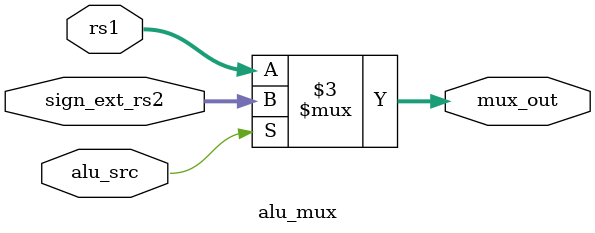
<source format=sv>
module alu_mux (
    input logic [31:0] rs1,           // First source register (rs1)
    input logic [31:0] sign_ext_rs2,  // Sign-extended second source register (rs2)
    input logic alu_src,              // Control signal from control unit
    output logic [31:0] mux_out       // MUX output
);

    // MUX logic
    always_comb begin
        if (alu_src)
            mux_out = sign_ext_rs2;   // Select sign-extended rs2
        else
            mux_out = rs1;            // Select rs1
    end

endmodule

</source>
